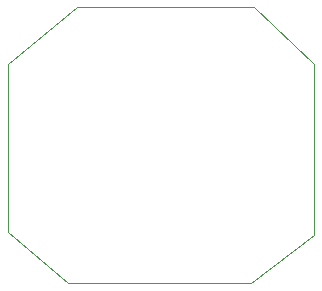
<source format=gbr>
%TF.GenerationSoftware,KiCad,Pcbnew,(6.0.2)*%
%TF.CreationDate,2022-06-18T13:35:15+01:00*%
%TF.ProjectId,ftdi,66746469-2e6b-4696-9361-645f70636258,rev?*%
%TF.SameCoordinates,Original*%
%TF.FileFunction,Profile,NP*%
%FSLAX46Y46*%
G04 Gerber Fmt 4.6, Leading zero omitted, Abs format (unit mm)*
G04 Created by KiCad (PCBNEW (6.0.2)) date 2022-06-18 13:35:15*
%MOMM*%
%LPD*%
G01*
G04 APERTURE LIST*
%TA.AperFunction,Profile*%
%ADD10C,0.100000*%
%TD*%
G04 APERTURE END LIST*
D10*
X25908000Y18542000D02*
X25908000Y4064000D01*
X25908000Y4064000D02*
X20574000Y0D01*
X20574000Y0D02*
X5080000Y0D01*
X5080000Y0D02*
X0Y4318000D01*
X0Y4318000D02*
X0Y18542000D01*
X0Y18542000D02*
X5842000Y23368000D01*
X5842000Y23368000D02*
X20828000Y23368000D01*
X20828000Y23368000D02*
X25908000Y18542000D01*
M02*

</source>
